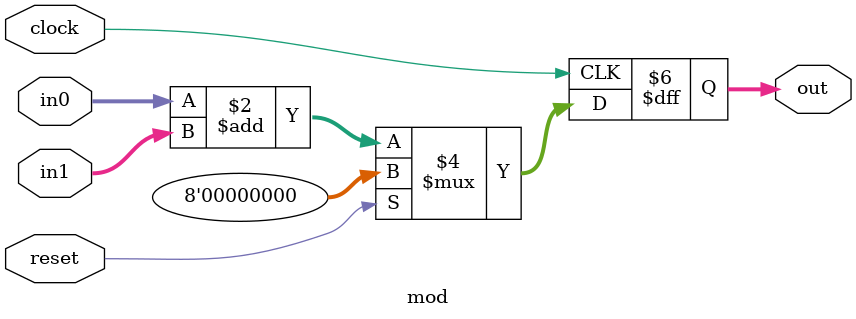
<source format=v>
module instance0;
   wire       clock;
   wire       reset;
   wire [7:0] in0_i;
   wire [7:0] in1_i;
   reg [7:0]  out_i;

   mod mod_inst
   (
      .clock (clock),
      .reset (reset),
      .in0   ({in0_i[7:4], in0_i[3:0]}),
      .in1   (in1_i),
      .out   (out_i)
   );

endmodule


module mod (input wire clock,
            input wire reset,
            input wire [7:0] in0, in1,
            output reg [7:0] out);

   always @(posedge clock) begin
      if (reset) begin
         out <= 0;
      end
      else begin
         out <= in0 + in1;
      end
   end

endmodule

</source>
